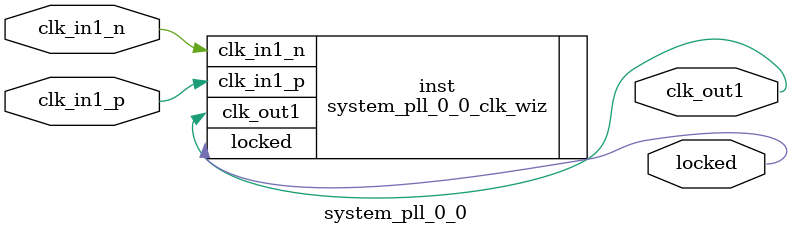
<source format=v>


`timescale 1ps/1ps

(* CORE_GENERATION_INFO = "system_pll_0_0,clk_wiz_v6_0_6_0_0,{component_name=system_pll_0_0,use_phase_alignment=true,use_min_o_jitter=false,use_max_i_jitter=false,use_dyn_phase_shift=false,use_inclk_switchover=false,use_dyn_reconfig=false,enable_axi=0,feedback_source=FDBK_AUTO,PRIMITIVE=PLL,num_out_clk=1,clkin1_period=8.000,clkin2_period=10.0,use_power_down=false,use_reset=false,use_locked=true,use_inclk_stopped=false,feedback_type=SINGLE,CLOCK_MGR_TYPE=NA,manual_override=false}" *)

module system_pll_0_0 
 (
  // Clock out ports
  output        clk_out1,
  // Status and control signals
  output        locked,
 // Clock in ports
  input         clk_in1_p,
  input         clk_in1_n
 );

  system_pll_0_0_clk_wiz inst
  (
  // Clock out ports  
  .clk_out1(clk_out1),
  // Status and control signals               
  .locked(locked),
 // Clock in ports
  .clk_in1_p(clk_in1_p),
  .clk_in1_n(clk_in1_n)
  );

endmodule

</source>
